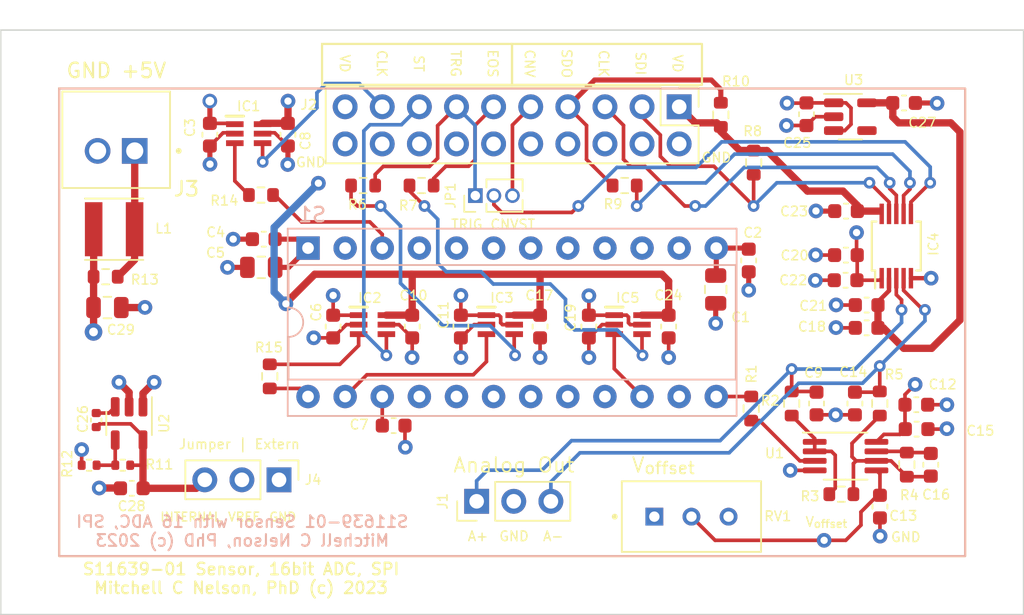
<source format=kicad_pcb>
(kicad_pcb (version 20211014) (generator pcbnew)
  (title_block (title "S11639-01 Sensor Board with SPI interface") (date "2023-12-25") (rev "0.1") (company "Mitchell C Nelson, PhD (c) 2023"))
  (layers (0 "F.Cu" signal) (1 "In1.Cu" signal) (2 "In2.Cu" signal) (31 "B.Cu" signal) (34 "B.Paste" user) (35 "F.Paste" user) (36 "B.SilkS" user "B.Silkscreen") (37 "F.SilkS" user "F.Silkscreen") (38 "B.Mask" user) (39 "F.Mask" user) (44 "Edge.Cuts" user))
  (net 0 "")
  (net 1 "+5V")
  (net 2 "Earth")
  (net 3 "Net-(C7-Pad1)")
  (net 4 "VD")
  (net 5 "Net-(C9-Pad2)")
  (net 6 "VAA")
  (net 7 "Net-(C13-Pad1)")
  (net 8 "Net-(C14-Pad1)")
  (net 9 "Net-(C16-Pad1)")
  (net 10 "Net-(C16-Pad2)")
  (net 11 "+1V8")
  (net 12 "Net-(C26-Pad2)")
  (net 13 "Net-(IC1-Pad3)")
  (net 14 "Net-(IC2-Pad3)")
  (net 15 "Net-(IC3-Pad3)")
  (net 16 "Net-(IC3-Pad4)")
  (net 17 "Net-(C26-Pad1)")
  (net 18 "Net-(IC4-Pad7)")
  (net 19 "Net-(R11-Pad2)")
  (net 20 "Net-(IC5-Pad3)")
  (net 21 "Net-(IC5-Pad4)")
  (net 22 "/+4_6.5V_input")
  (net 23 "Net-(R1-Pad1)")
  (net 24 "Net-(R1-Pad2)")
  (net 25 "Net-(R2-Pad1)")
  (net 41 "CCD:CLK")
  (net 42 "CCD:ST")
  (net 43 "SPI:SDI")
  (net 44 "SPI:CLK")
  (net 45 "Net-(J2-Pad9)")
  (net 46 "SPI:SDO")
  (net 47 "CCD:EOS")
  (net 48 "CCD:TRIG")
  (net 49 "SPI:CNVST")
  (net 50 "Net-(R14-Pad2)")
  (net 51 "Net-(R15-Pad2)")
  (footprint "Resistor_SMD:R_0603_1608Metric" (layer "F.Cu") (at 137.7 90.64 180)
    (fp_text reference "R9")
    (fp_text value "49.9")
  )
  (footprint "Capacitor_SMD:C_0603_1608Metric" (layer "F.Cu") (at 154.26 100.38 180)
    (fp_text reference "C18")
    (fp_text value "1uF")
  )
  (footprint "Capacitor_SMD:C_0603_1608Metric" (layer "F.Cu") (at 113 94.31 180)
    (fp_text reference "C4")
    (fp_text value "0.1uF")
  )
  (footprint "Capacitor_SMD:C_0603_1608Metric" (layer "F.Cu") (at 117.75 100.29 -90)
    (fp_text reference "C6")
    (fp_text value "0.1uF")
  )
  (footprint "Resistor_SMD:R_0603_1608Metric" (layer "F.Cu") (at 157.01 109.74 -90)
    (fp_text reference "R4")
    (fp_text value "2k")
  )
  (footprint "Capacitor_SMD:C_0603_1608Metric" (layer "F.Cu") (at 157.68 107.31)
    (fp_text reference "C15")
    (fp_text value "0.1uF")
  )
  (footprint "Connector_PinHeader_2.54mm:PinHeader_1x03_P2.54mm_Vertical" (layer "F.Cu") (at 114.045 110.78 -90)
    (fp_text reference "J4")
    (fp_text value "Conn_01x03_Male")
  )
  (footprint "Capacitor_SMD:C_0603_1608Metric" (layer "F.Cu") (at 114.653332 87.16 -90)
    (fp_text reference "C8")
    (fp_text value "0.1uF")
  )
  (footprint "Resistor_SMD:R_0603_1608Metric" (layer "F.Cu") (at 146.36 105.9 -90)
    (fp_text reference "R1")
    (fp_text value "100")
  )
  (footprint "BournsTrimPot_3296W-1-502LF:TRIM_3296W-1-502LF" (layer "F.Cu") (at 142.27 113.3)
    (fp_text reference "RV1")
    (fp_text value "10K")
  )
  (footprint "Resistor_SMD:R_0603_1608Metric" (layer "F.Cu") (at 144.28 85.8 90)
    (fp_text reference "R10")
    (fp_text value "30K")
  )
  (footprint "Package_TO_SOT_SMD:SOT-23-5" (layer "F.Cu") (at 153.1425 85.93)
    (fp_text reference "U3")
    (fp_text value "TPS72218")
  )
  (footprint "Capacitor_SMD:C_0603_1608Metric" (layer "F.Cu") (at 152.84 95.4 180)
    (fp_text reference "C20")
    (fp_text value "10uF")
  )
  (footprint "Package_TO_SOT_SMD:TSOT-23-5" (layer "F.Cu") (at 103.785 106.92 -90)
    (fp_text reference "U2")
    (fp_text value "LT1761-BYP")
  )
  (footprint "Package_SO:MSOP-10_3x3mm_P0.5mm" (layer "F.Cu") (at 156.29 94.78 90)
    (fp_text reference "IC4")
    (fp_text value "MCP33131D-10-I_MS")
  )
  (footprint "Connector_PinHeader_2.54mm:PinHeader_2x10_P2.54mm_Vertical" (layer "F.Cu") (at 141.43 85.25 -90)
    (fp_text reference "J2")
    (fp_text value "Conn_02x10_Odd_Even")
  )
  (footprint "Capacitor_SMD:C_0805_2012Metric" (layer "F.Cu") (at 112.83 96.24 180)
    (fp_text reference "C5")
    (fp_text value "22uF")
  )
  (footprint "Resistor_SMD:R_0603_1608Metric" (layer "F.Cu") (at 113.41 103.7 -90)
    (fp_text reference "R15")
    (fp_text value "82")
  )
  (footprint "74VLC1T45GW_125:SOT65P210X110-6N" (layer "F.Cu") (at 120.443334 100.16)
    (fp_text reference "IC2")
    (fp_text value "74LVC1T45GW,125" hide)
  )
  (footprint "Resistor_SMD:R_0402_1005Metric" (layer "F.Cu") (at 101.05 109.78 180)
    (fp_text reference "R12")
    (fp_text value "4.4K")
  )
  (footprint "Resistor_SMD:R_0603_1608Metric" (layer "F.Cu") (at 149.13 105.5575 90)
    (fp_text reference "R2")
    (fp_text value "24.9")
  )
  (footprint "Resistor_SMD:R_0603_1608Metric" (layer "F.Cu") (at 123.8 90.64)
    (fp_text reference "R7")
    (fp_text value "49.9")
  )
  (footprint "Connector_PinHeader_1.27mm:PinHeader_1x03_P1.27mm_Vertical" (layer "F.Cu") (at 127.48 91.33 90)
    (fp_text reference "JP1")
    (fp_text value "Jumper_3_Bridged12")
  )
  (footprint "Capacitor_SMD:C_0603_1608Metric" (layer "F.Cu") (at 146.19 95.77 -90)
    (fp_text reference "C2")
    (fp_text value "0.1uF")
  )
  (footprint "Capacitor_SMD:C_0603_1608Metric" (layer "F.Cu") (at 103.97 111.36 180)
    (fp_text reference "C28")
    (fp_text value "10uF")
  )
  (footprint "Capacitor_SMD:C_0603_1608Metric" (layer "F.Cu") (at 152.85 92.39 180)
    (fp_text reference "C23")
    (fp_text value "0.1uF")
  )
  (footprint "Capacitor_SMD:C_0603_1608Metric" (layer "F.Cu") (at 150.1425 85.76 -90)
    (fp_text reference "C25")
    (fp_text value "1uF")
  )
  (footprint "Capacitor_SMD:C_0603_1608Metric" (layer "F.Cu") (at 153.4575 105.5575 -90)
    (fp_text reference "C14")
    (fp_text value "1nF")
  )
  (footprint "Resistor_SMD:R_0603_1608Metric" (layer "F.Cu") (at 102.18 96.88 180)
    (fp_text reference "R13")
    (fp_text value "100")
  )
  (footprint "Inductor_SMD:L_Taiyo-Yuden_NR-40xx" (layer "F.Cu") (at 102.76 93.63 180)
    (fp_text reference "L1")
    (fp_text value "10uH")
  )
  (footprint "Resistor_SMD:R_0603_1608Metric" (layer "F.Cu") (at 146.53 89.07 -90)
    (fp_text reference "R8")
    (fp_text value "10K")
  )
  (footprint "Capacitor_SMD:C_0603_1608Metric" (layer "F.Cu") (at 131.91 100.29 -90)
    (fp_text reference "C17")
    (fp_text value "0.1uF")
  )
  (footprint "Capacitor_SMD:C_0603_1608Metric" (layer "F.Cu") (at 152.82 97.12 180)
    (fp_text reference "C22")
    (fp_text value "100pf")
  )
  (footprint "Capacitor_SMD:C_0603_1608Metric" (layer "F.Cu") (at 123.16 100.29 -90)
    (fp_text reference "C10")
    (fp_text value "0.1uF")
  )
  (footprint "Resistor_SMD:R_0402_1005Metric" (layer "F.Cu") (at 103.35 109.78 180)
    (fp_text reference "R11")
    (fp_text value "10K")
  )
  (footprint "Connector_PinHeader_2.54mm:PinHeader_1x03_P2.54mm_Vertical" (layer "F.Cu") (at 127.57 112.25 90)
    (fp_text reference "J1")
    (fp_text value "Conn_01x03_Male")
  )
  (footprint "Capacitor_SMD:C_0805_2012Metric" (layer "F.Cu") (at 102.3 98.99)
    (fp_text reference "C29")
    (fp_text value "22uF")
  )
  (footprint "Capacitor_SMD:C_0603_1608Metric" (layer "F.Cu") (at 154.26 98.82 180)
    (fp_text reference "C21")
    (fp_text value "0.1uF")
  )
  (footprint "Capacitor_SMD:C_0603_1608Metric" (layer "F.Cu") (at 121.89 107.07)
    (fp_text reference "C7")
    (fp_text value "1uF")
  )
  (footprint "Capacitor_SMD:C_0603_1608Metric" (layer "F.Cu") (at 150.83 105.5575 90)
    (fp_text reference "C9")
    (fp_text value "1nF")
  )
  (footprint "Resistor_SMD:R_0603_1608Metric" (layer "F.Cu") (at 112.81 91.29)
    (fp_text reference "R14")
    (fp_text value "82")
  )
  (footprint "Capacitor_SMD:C_0603_1608Metric" (layer "F.Cu") (at 140.71 100.29 -90)
    (fp_text reference "C24")
    (fp_text value "0.1uF")
  )
  (footprint "74VLC1T45GW_125:SOT65P210X110-6N" (layer "F.Cu") (at 137.936668 100.16)
    (fp_text reference "IC5")
    (fp_text value "74LVC1T45GW,125" hide)
  )
  (footprint "Resistor_SMD:R_0603_1608Metric" (layer "F.Cu") (at 152.53 111.7625)
    (fp_text reference "R3")
    (fp_text value "2k")
  )
  (footprint "Capacitor_SMD:C_0402_1005Metric" (layer "F.Cu") (at 101.535 106.69 90)
    (fp_text reference "C26")
    (fp_text value "0.01uF")
  )
  (footprint "Package_SO:MSOP-8_3x3mm_P0.65mm" (layer "F.Cu") (at 152.8175 109.1575)
    (fp_text reference "U1")
    (fp_text value "ADA4807-2ARMZ-R7")
  )
  (footprint "74VLC1T45GW_125:SOT65P210X110-6N" (layer "F.Cu") (at 111.97 87.09)
    (fp_text reference "IC1")
    (fp_text value "74LVC1T45GW,125" hide)
  )
  (footprint "Capacitor_SMD:C_0603_1608Metric" (layer "F.Cu") (at 157.66 105.64)
    (fp_text reference "C12")
    (fp_text value "10uF")
  )
  (footprint "74VLC1T45GW_125:SOT65P210X110-6N" (layer "F.Cu") (at 129.19 100.16)
    (fp_text reference "IC3")
    (fp_text value "74LVC1T45GW,125" hide)
  )
  (footprint "705430001:MOLEX_705430001" (layer "F.Cu") (at 102.9 88.27)
    (fp_text reference "J3")
    (fp_text value "705430001")
  )
  (footprint "Capacitor_SMD:C_0805_2012Metric" (layer "F.Cu") (at 143.93 97.75 -90)
    (fp_text reference "C1")
    (fp_text value "22uF")
  )
  (footprint "Capacitor_SMD:C_0603_1608Metric" (layer "F.Cu") (at 135.25 100.29 -90)
    (fp_text reference "C19")
    (fp_text value "0.1uF")
  )
  (footprint "Resistor_SMD:R_0603_1608Metric" (layer "F.Cu") (at 155.1575 105.5575 90)
    (fp_text reference "R5")
    (fp_text value "24.9")
  )
  (footprint "Capacitor_SMD:C_0603_1608Metric" (layer "F.Cu") (at 158.65 109.75 -90)
    (fp_text reference "C16")
    (fp_text value "2p")
  )
  (footprint "Capacitor_SMD:C_0603_1608Metric" (layer "F.Cu") (at 156.82 84.99)
    (fp_text reference "C27")
    (fp_text value "1uF")
  )
  (footprint "Capacitor_SMD:C_0603_1608Metric" (layer "F.Cu") (at 126.49 100.29 -90)
    (fp_text reference "C11")
    (fp_text value "0.1uF")
  )
  (footprint "Capacitor_SMD:C_0603_1608Metric" (layer "F.Cu") (at 109.313332 87.16 -90)
    (fp_text reference "C3")
    (fp_text value "0.1uF")
  )
  (footprint "Capacitor_SMD:C_0603_1608Metric" (layer "F.Cu") (at 155.17 112.6125 -90)
    (fp_text reference "C13")
    (fp_text value "0.1uF")
  )
  (footprint "Resistor_SMD:R_0603_1608Metric" (layer "F.Cu") (at 119.8 90.64)
    (fp_text reference "R6")
    (fp_text value "49.9")
  )
  (footprint "Package_DIP:DIP-24_W10.16mm_Socket" (layer "B.Cu") (at 116.03 94.92 -90)
    (fp_text reference "S1")
    (fp_text value "S11639-01")
  )
  (gr_rect (start 99 116) (end 161 84) (layer "B.SilkS") (width 0.15) (fill none))
  (gr_rect (start 116.99 80.95) (end 129.99 83.75) (layer "F.SilkS") (width 0.15) (fill none))
  (gr_rect (start 129.99 80.95) (end 142.99 83.75) (layer "F.SilkS") (width 0.15) (fill none))
  (gr_rect (start 99 84) (end 161 116) (layer "F.SilkS") (width 0.15) (fill none))
  (gr_rect (start 95 80) (end 165 120) (layer "Edge.Cuts") (width 0.1) (fill none))
  (gr_text "S11639-01 Sensor with 16 ADC, SPI\nMitchell C Nelson, PhD (c) 2023" (at 111.53 114.29) (layer "B.SilkS") (effects (font (size 0.8 0.8) (thickness 0.14)) (justify mirror)))
  (gr_text "GND" (at 101.03 82.77) (layer "F.SilkS") (effects (font (size 1 1))))
  (gr_text "A+" (at 127.66 114.64) (layer "F.SilkS") (effects (font (size 0.66 0.66) (thickness 0.1))))
  (gr_text "SDO" (at 133.73 82.29 270) (layer "F.SilkS") (effects (font (size 0.66 0.66) (thickness 0.1))))
  (gr_text "CNVST" (at 130.04 93.3) (layer "F.SilkS") (effects (font (size 0.66 0.66) (thickness 0.1))))
  (gr_text "SDI" (at 138.79 82.29 270) (layer "F.SilkS") (effects (font (size 0.66 0.66) (thickness 0.1))))
  (gr_text "INTERNAL" (at 108 113.32) (layer "F.SilkS") (effects (font (size 0.6 0.6) (thickness 0.1))))
  (gr_text "Analog Out" (at 130.12 109.77) (layer "F.SilkS") (effects (font (size 1 1) (thickness 0.12))))
  (gr_text "GND" (at 114.3 113.32) (layer "F.SilkS") (effects (font (size 0.6 0.6) (thickness 0.1))))
  (gr_text "S11639-01 Sensor, 16bit ADC, SPI\nMitchell C Nelson, PhD (c) 2023" (at 111.45 117.53) (layer "F.SilkS") (effects (font (size 0.8 0.8) (thickness 0.14))))
  (gr_text "TRIG" (at 126.9 93.3) (layer "F.SilkS") (effects (font (size 0.66 0.66) (thickness 0.1))))
  (gr_text "VD" (at 118.55 82.29 270) (layer "F.SilkS") (effects (font (size 0.66 0.66) (thickness 0.1))))
  (gr_text "ST" (at 123.61 82.29 270) (layer "F.SilkS") (effects (font (size 0.66 0.66) (thickness 0.1))))
  (gr_text "CLK" (at 121.08 82.29 270) (layer "F.SilkS") (effects (font (size 0.66 0.66) (thickness 0.1))))
  (gr_text "GND" (at 143.98 88.73) (layer "F.SilkS") (effects (font (size 0.66 0.66) (thickness 0.1))))
  (gr_text "V_{offset}" (at 151.5 113.66) (layer "F.SilkS") (effects (font (size 0.66 0.66) (thickness 0.1))))
  (gr_text "GND" (at 130.13 114.64) (layer "F.SilkS") (effects (font (size 0.66 0.66) (thickness 0.1))))
  (gr_text "A-" (at 132.81 114.64) (layer "F.SilkS") (effects (font (size 0.66 0.66) (thickness 0.1))))
  (gr_text "TRG" (at 126.14 82.29 270) (layer "F.SilkS") (effects (font (size 0.66 0.66) (thickness 0.1))))
  (gr_text "EOS" (at 128.67 82.29 270) (layer "F.SilkS") (effects (font (size 0.66 0.66) (thickness 0.1))))
  (gr_text "VD" (at 141.32 82.29 270) (layer "F.SilkS") (effects (font (size 0.66 0.66) (thickness 0.1))))
  (gr_text "GND" (at 116.22 89.05) (layer "F.SilkS") (effects (font (size 0.66 0.66) (thickness 0.1))))
  (gr_text "VREF" (at 111.65 113.32) (layer "F.SilkS") (effects (font (size 0.6 0.6) (thickness 0.1))))
  (gr_text "CNV" (at 131.2 82.29 270) (layer "F.SilkS") (effects (font (size 0.66 0.66) (thickness 0.1))))
  (gr_text "+5V" (at 104.79 82.77) (layer "F.SilkS") (effects (font (size 1 1))))
  (gr_text "Jumper | Extern" (at 107.13 108.34) (layer "F.SilkS") (effects (font (size 0.66 0.66) (thickness 0.1)) (justify left)))
  (gr_text "GND" (at 156.94 114.7) (layer "F.SilkS") (effects (font (size 0.66 0.66) (thickness 0.1))))
  (gr_text "CLK" (at 136.26 82.29 270) (layer "F.SilkS") (effects (font (size 0.66 0.66) (thickness 0.1))))
  (gr_text "V_{offset}" (at 140.34 109.77) (layer "F.SilkS") (effects (font (size 1 1) (thickness 0.12))))
  (segment (start 113.78 96.24) (end 114.71 96.24) (width 0.35) (layer "F.Cu") (net 1))
  (segment (start 137.961668 100.035) (end 138.086668 100.16) (width 0.25) (layer "F.Cu") (net 1))
  (segment (start 137.836668 99.51) (end 137.961668 99.635) (width 0.25) (layer "F.Cu") (net 1))
  (segment (start 152.76 86.88) (end 153.19 86.45) (width 0.25) (layer "F.Cu") (net 1))
  (segment (start 104.735 105.7825) (end 104.735 104.865) (width 0.5) (layer "F.Cu") (net 1))
  (segment (start 137.961668 99.635) (end 137.961668 100.035) (width 0.25) (layer "F.Cu") (net 1))
  (segment (start 129.09 99.51) (end 129.215 99.635) (width 0.25) (layer "F.Cu") (net 1))
  (segment (start 152.84 84.98) (end 152.005 84.98) (width 0.25) (layer "F.Cu") (net 1))
  (segment (start 153.19 85.33) (end 152.84 84.98) (width 0.25) (layer "F.Cu") (net 1))
  (segment (start 138.086668 100.16) (end 138.886668 100.16) (width 0.25) (layer "F.Cu") (net 1))
  (segment (start 119.488334 99.515) (end 119.493334 99.51) (width 0.25) (layer "F.Cu") (net 1))
  (segment (start 148.8125 85) (end 150.1275 85) (width 0.25) (layer "F.Cu") (net 1))
  (segment (start 101.355 96.88) (end 101.355 98.985) (width 0.5) (layer "F.Cu") (net 1))
  (segment (start 150.1425 84.985) (end 152 84.985) (width 0.25) (layer "F.Cu") (net 1))
  (segment (start 109.313332 84.863332) (end 109.31 84.86) (width 0.25) (layer "F.Cu") (net 1))
  (segment (start 136.986668 99.51) (end 137.836668 99.51) (width 0.25) (layer "F.Cu") (net 1))
  (segment (start 126.49 99.515) (end 128.235 99.515) (width 0.25) (layer "F.Cu") (net 1))
  (segment (start 128.24 99.51) (end 129.09 99.51) (width 0.25) (layer "F.Cu") (net 1))
  (segment (start 152 84.985) (end 152.005 84.98) (width 0.25) (layer "F.Cu") (net 1))
  (segment (start 101.36 96.875) (end 101.355 96.88) (width 0.25) (layer "F.Cu") (net 1))
  (segment (start 114.71 96.24) (end 116.03 94.92) (width 0.35) (layer "F.Cu") (net 1))
  (segment (start 150.1275 85) (end 150.1425 84.985) (width 0.25) (layer "F.Cu") (net 1))
  (segment (start 117.75 99.515) (end 119.488334 99.515) (width 0.25) (layer "F.Cu") (net 1))
  (segment (start 109.313332 86.385) (end 111.015 86.385) (width 0.25) (layer "F.Cu") (net 1))
  (segment (start 115.42 94.31) (end 116.03 94.92) (width 0.35) (layer "F.Cu") (net 1))
  (segment (start 136.981668 99.515) (end 136.986668 99.51) (width 0.25) (layer "F.Cu") (net 1))
  (segment (start 126.49 99.515) (end 126.49 98.16) (width 0.25) (layer "F.Cu") (net 1))
  (segment (start 146.115 94.92) (end 146.19 94.995) (width 0.25) (layer "F.Cu") (net 1))
  (segment (start 128.235 99.515) (end 128.24 99.51) (width 0.25) (layer "F.Cu") (net 1))
  (segment (start 143.97 94.92) (end 146.115 94.92) (width 0.35) (layer "F.Cu") (net 1))
  (segment (start 129.34 100.16) (end 130.14 100.16) (width 0.25) (layer "F.Cu") (net 1))
  (segment (start 143.97 96.76) (end 143.93 96.8) (width 0.25) (layer "F.Cu") (net 1))
  (segment (start 109.313332 86.385) (end 109.313332 84.863332) (width 0.35) (layer "F.Cu") (net 1))
  (segment (start 129.215 100.035) (end 129.34 100.16) (width 0.25) (layer "F.Cu") (net 1))
  (segment (start 129.215 99.635) (end 129.215 100.035) (width 0.25) (layer "F.Cu") (net 1))
  (segment (start 153.19 86.45) (end 153.19 85.33) (width 0.25) (layer "F.Cu") (net 1))
  (segment (start 143.97 94.92) (end 143.97 96.76) (width 0.35) (layer "F.Cu") (net 1))
  (segment (start 104.735 104.865) (end 105.5 104.1) (width 0.5) (layer "F.Cu") (net 1))
  (segment (start 135.25 99.515) (end 135.25 98.18) (width 0.25) (layer "F.Cu") (net 1))
  (segment (start 135.25 99.515) (end 136.981668 99.515) (width 0.25) (layer "F.Cu") (net 1))
  (segment (start 152.005 86.88) (end 152.76 86.88) (width 0.25) (layer "F.Cu") (net 1))
  (segment (start 113.775 94.31) (end 115.42 94.31) (width 0.35) (layer "F.Cu") (net 1))
  (segment (start 117.75 99.515) (end 117.75 98.16) (width 0.25) (layer "F.Cu") (net 1))
  (segment (start 101.355 98.985) (end 101.355 100.655) (width 0.5) (layer "F.Cu") (net 1))
  (segment (start 101.36 93.63) (end 101.36 96.875) (width 0.5) (layer "F.Cu") (net 1))
  (via (at 148.8125 85) (size 1) (drill 0.5) (layers "F.Cu" "B.Cu") (net 1))
  (via (at 109.31 84.86) (size 1) (drill 0.6) (layers "F.Cu" "B.Cu") (net 1))
  (via (at 105.5 104.1) (size 1) (drill 0.5) (layers "F.Cu" "B.Cu") (net 1))
  (via (at 126.49 98.16) (size 1) (drill 0.5) (layers "F.Cu" "B.Cu") (net 1))
  (via (at 101.35 100.66) (size 1.2) (drill 0.6) (layers "F.Cu" "B.Cu") (net 1))
  (via (at 135.25 98.18) (size 1) (drill 0.5) (layers "F.Cu" "B.Cu") (net 1))
  (via (at 117.75 98.16) (size 1) (drill 0.5) (layers "F.Cu" "B.Cu") (net 1))
  (segment (start 152.14 106.3325) (end 153.4575 106.3325) (width 0.25) (layer "F.Cu") (net 2))
  (segment (start 127.395 100.16) (end 128.24 100.16) (width 0.25) (layer "F.Cu") (net 2))
  (segment (start 123.16 102.4) (end 123.15 102.41) (width 0.25) (layer "F.Cu") (net 2))
  (segment (start 131.91 101.065) (end 131.91 102.41) (width 0.25) (layer "F.Cu") (net 2))
  (segment (start 122.665 108.525) (end 122.69 108.55) (width 0.25) (layer "F.Cu") (net 2))
  (segment (start 153.485 98.82) (end 152.18 98.82) (width 0.25) (layer "F.Cu") (net 2))
  (segment (start 152.065 95.4) (end 150.78 95.4) (width 0.25) (layer "F.Cu") (net 2))
  (segment (start 111.88 96.24) (end 110.52 96.24) (width 0.35) (layer "F.Cu") (net 2))
  (segment (start 158.455 107.31) (end 159.72 107.31) (width 0.25) (layer "F.Cu") (net 2))
  (segment (start 148.7725 86.53) (end 150.1375 86.53) (width 0.25) (layer "F.Cu") (net 2))
  (segment (start 112.92 87.03) (end 113.748332 87.03) (width 0.25) (layer "F.Cu") (net 2))
  (segment (start 140.71 101.065) (end 140.71 102.41) (width 0.25) (layer "F.Cu") (net 2))
  (segment (start 116.425 101.065) (end 116.42 101.06) (width 0.25) (layer "F.Cu") (net 2))
  (segment (start 149.03 110.1325) (end 150.705 110.1325) (width 0.25) (layer "F.Cu") (net 2))
  (segment (start 150.83 106.3325) (end 152.14 106.3325) (width 0.25) (layer "F.Cu") (net 2))
  (segment (start 159.72 107.31) (end 159.75 107.28) (width 0.25) (layer "F.Cu") (net 2))
  (segment (start 150.1375 86.53) (end 150.1425 86.535) (width 0.25) (layer "F.Cu") (net 2))
  (segment (start 118.655 100.16) (end 119.493334 100.16) (width 0.25) (layer "F.Cu") (net 2))
  (segment (start 103.785 104.795) (end 103.785 105.7825) (width 0.5) (layer "F.Cu") (net 2))
  (segment (start 150.76 97.12) (end 150.75 97.13) (width 0.25) (layer "F.Cu") (net 2))
  (segment (start 152.045 97.12) (end 150.76 97.12) (width 0.25) (layer "F.Cu") (net 2))
  (segment (start 150.78 95.4) (end 150.77 95.39) (width 0.25) (layer "F.Cu") (net 2))
  (segment (start 112.225 94.31) (end 110.91 94.31) (width 0.35) (layer "F.Cu") (net 2))
  (segment (start 117.75 101.065) (end 118.655 100.16) (width 0.25) (layer "F.Cu") (net 2))
  (segment (start 123.16 101.065) (end 123.16 102.4) (width 0.25) (layer "F.Cu") (net 2))
  (segment (start 114.653332 87.935) (end 114.653332 89.186668) (width 0.35) (layer "F.Cu") (net 2))
  (segment (start 150.7475 85.93) (end 152.005 85.93) (width 0.25) (layer "F.Cu") (net 2))
  (segment (start 152.18 100.38) (end 152.16 100.36) (width 0.25) (layer "F.Cu") (net 2))
  (segment (start 103.25 98.99) (end 104.86 98.99) (width 0.5) (layer "F.Cu") (net 2))
  (segment (start 113.748332 87.03) (end 114.653332 87.935) (width 0.25) (layer "F.Cu") (net 2))
  (segment (start 101.74 111.34) (end 103.175 111.34) (width 0.5) (layer "F.Cu") (net 2))
  (segment (start 158.435 105.64) (end 159.75 105.64) (width 0.25) (layer "F.Cu") (net 2))
  (segment (start 109.313332 87.935) (end 109.313332 89.173332) (width 0.35) (layer "F.Cu") (net 2))
  (segment (start 155.17 114.6225) (end 155.18 114.6325) (width 0.25) (layer "F.Cu") (net 2))
  (segment (start 152.18 98.82) (end 152.17 98.81) (width 0.25) (layer "F.Cu") (net 2))
  (segment (start 100.54 109.78) (end 100.54 108.71) (width 0.25) (layer "F.Cu") (net 2))
  (segment (start 122.665 107.07) (end 122.665 108.525) (width 0.25) (layer "F.Cu") (net 2))
  (segment (start 136.155 100.16) (end 135.25 101.065) (width 0.25) (layer "F.Cu") (net 2))
  (segment (start 152.075 92.39) (end 150.8 92.39) (width 0.35) (layer "F.Cu") (net 2))
  (segment (start 155.17 113.3875) (end 155.17 114.6225) (width 0.25) (layer "F.Cu") (net 2))
  (segment (start 121.393334 100.16) (end 122.255 100.16) (width 0.25) (layer "F.Cu") (net 2))
  (segment (start 103.09 104.1) (end 103.785 104.795) (width 0.5) (layer "F.Cu") (net 2))
  (segment (start 146.19 96.545) (end 146.19 97.8) (width 0.35) (layer "F.Cu") (net 2))
  (segment (start 126.49 101.065) (end 126.49 102.37) (width 0.25) (layer "F.Cu") (net 2))
  (segment (start 153.485 100.38) (end 152.18 100.38) (width 0.25) (layer "F.Cu") (net 2))
  (segment (start 157.595 84.99) (end 159.06 84.99) (width 0.35) (layer "F.Cu") (net 2))
  (segment (start 150.1425 86.535) (end 150.7475 85.93) (width 0.25) (layer "F.Cu") (net 2))
  (segment (start 117.75 101.065) (end 116.425 101.065) (width 0.25) (layer "F.Cu") (net 2))
  (segment (start 111.02 87.03) (end 110.218332 87.03) (width 0.25) (layer "F.Cu") (net 2))
  (segment (start 143.93 98.7) (end 143.93 100.07) (width 0.35) (layer "F.Cu") (net 2))
  (segment (start 110.218332 87.03) (end 109.313332 87.935) (width 0.25) (layer "F.Cu") (net 2))
  (segment (start 122.255 100.16) (end 123.16 101.065) (width 0.25) (layer "F.Cu") (net 2))
  (segment (start 150.8 92.39) (end 150.79 92.38) (width 0.25) (layer "F.Cu") (net 2))
  (segment (start 114.653332 89.186668) (end 114.64 89.2) (width 0.25) (layer "F.Cu") (net 2))
  (segment (start 109.313332 89.173332) (end 109.32 89.18) (width 0.25) (layer "F.Cu") (net 2))
  (segment (start 103.175 111.34) (end 103.195 111.36) (width 0.25) (layer "F.Cu") (net 2))
  (segment (start 135.25 101.065) (end 135.25 102.37) (width 0.25) (layer "F.Cu") (net 2))
  (segment (start 126.49 101.065) (end 127.395 100.16) (width 0.25) (layer "F.Cu") (net 2))
  (segment (start 157.29 96.98) (end 158.67 96.98) (width 0.3) (layer "F.Cu") (net 2))
  (segment (start 136.986668 100.16) (end 136.155 100.16) (width 0.25) (layer "F.Cu") (net 2))
  (segment (start 159.06 84.99) (end 159.08 85.01) (width 0.25) (layer "F.Cu") (net 2))
  (via (at 150.75 97.13) (size 1) (drill 0.5) (layers "F.Cu" "B.Cu") (net 2))
  (via (at 116.42 101.06) (size 1) (drill 0.5) (layers "F.Cu" "B.Cu") (net 2))
  (via (at 143.93 100.07) (size 1) (drill 0.5) (layers "F.Cu" "B.Cu") (net 2))
  (via (at 110.91 94.31) (size 1) (drill 0.5) (layers "F.Cu" "B.Cu") (net 2))
  (via (at 150.77 95.39) (size 1) (drill 0.5) (layers "F.Cu" "B.Cu") (net 2))
  (via (at 158.67 96.98) (size 1) (drill 0.5) (layers "F.Cu" "B.Cu") (net 2))
  (via (at 126.49 102.41) (size 1) (drill 0.5) (layers "F.Cu" "B.Cu") (net 2))
  (via (at 104.87 98.98) (size 1) (drill 0.5) (layers "F.Cu" "B.Cu") (net 2))
  (via (at 150.79 92.38) (size 1) (drill 0.5) (layers "F.Cu" "B.Cu") (net 2))
  (via (at 110.52 96.24) (size 1) (drill 0.5) (layers "F.Cu" "B.Cu") (net 2))
  (via (at 149.03 110.1325) (size 1) (drill 0.5) (layers "F.Cu" "B.Cu") (net 2))
  (via (at 131.91 102.41) (size 1) (drill 0.5) (layers "F.Cu" "B.Cu") (net 2))
  (via (at 155.18 114.6325) (size 1) (drill 0.5) (layers "F.Cu" "B.Cu") (net 2))
  (via (at 152.14 106.3325) (size 1) (drill 0.5) (layers "F.Cu" "B.Cu") (net 2))
  (via (at 148.7725 86.53) (size 1) (drill 0.5) (layers "F.Cu" "B.Cu") (net 2))
  (via (at 140.71 102.41) (size 1) (drill 0.5) (layers "F.Cu" "B.Cu") (net 2))
  (via (at 100.54 108.71) (size 1) (drill 0.5) (layers "F.Cu" "B.Cu") (net 2))
  (via (at 122.69 108.55) (size 1) (drill 0.5) (layers "F.Cu" "B.Cu") (net 2))
  (via (at 159.75 105.64) (size 1) (drill 0.5) (layers "F.Cu" "B.Cu") (net 2))
  (via (at 114.64 89.2) (size 1) (drill 0.5) (layers "F.Cu" "B.Cu") (net 2))
  (via (at 123.15 102.41) (size 1) (drill 0.5) (layers "F.Cu" "B.Cu") (net 2))
  (via (at 109.32 89.18) (size 1) (drill 0.5) (layers "F.Cu" "B.Cu") (net 2))
  (via (at 159.08 85.01) (size 1) (drill 0.5) (layers "F.Cu" "B.Cu") (net 2))
  (via (at 135.25 102.41) (size 1) (drill 0.5) (layers "F.Cu" "B.Cu") (net 2))
  (via (at 152.16 100.36) (size 1) (drill 0.5) (layers "F.Cu" "B.Cu") (net 2))
  (via (at 103.09 104.1) (size 1) (drill 0.5) (layers "F.Cu" "B.Cu") (net 2))
  (via (at 101.74 111.34) (size 1) (drill 0.5) (layers "F.Cu" "B.Cu") (net 2))
  (via (at 152.17 98.81) (size 1) (drill 0.5) (layers "F.Cu" "B.Cu") (net 2))
  (via (at 159.75 107.28) (size 1) (drill 0.5) (layers "F.Cu" "B.Cu") (net 2))
  (via (at 146.19 97.8) (size 1) (drill 0.5) (layers "F.Cu" "B.Cu") (net 2))
  (segment (start 121.11 107.065) (end 121.115 107.07) (width 0.25) (layer "F.Cu") (net 3))
  (segment (start 121.11 105.08) (end 121.11 107.065) (width 0.25) (layer "F.Cu") (net 3))
  (segment (start 114.515 98.735) (end 114.515 98.685) (width 0.5) (layer "F.Cu") (net 4))
  (segment (start 123.16 99.515) (end 123.16 96.75) (width 0.5) (layer "F.Cu") (net 4))
  (segment (start 121.393334 99.51) (end 123.155 99.51) (width 0.5) (layer "F.Cu") (net 4))
  (segment (start 130.14 99.51) (end 131.905 99.51) (width 0.5) (layer "F.Cu") (net 4))
  (segment (start 144.005 86.35) (end 144.28 86.625) (width 0.5) (layer "F.Cu") (net 4))
  (segment (start 143.6875 86.35) (end 144.005 86.35) (width 0.5) (layer "F.Cu") (net 4))
  (segment (start 152.64 91.02) (end 153.625 92.005) (width 0.5) (layer "F.Cu") (net 4))
  (segment (start 123.155 99.51) (end 123.16 99.515) (width 0.5) (layer "F.Cu") (net 4))
  (segment (start 131.91 96.71) (end 140.24 96.71) (width 0.5) (layer "F.Cu") (net 4))
  (segment (start 140.24 96.71) (end 140.71 97.18) (width 0.5) (layer "F.Cu") (net 4))
  (segment (start 145.5775 88.24) (end 146.525 88.24) (width 0.5) (layer "F.Cu") (net 4))
  (segment (start 140.705 99.51) (end 140.71 99.515) (width 0.5) (layer "F.Cu") (net 4))
  (segment (start 150.21 91.02) (end 152.64 91.02) (width 0.5) (layer "F.Cu") (net 4))
  (segment (start 146.53 88.245) (end 147.435 88.245) (width 0.5) (layer "F.Cu") (net 4))
  (segment (start 140.71 97.18) (end 140.71 99.515) (width 0.5) (layer "F.Cu") (net 4))
  (segment (start 123.16 96.75) (end 123.12 96.71) (width 0.5) (layer "F.Cu") (net 4))
  (segment (start 144.28 86.625) (end 144.28 86.9425) (width 0.5) (layer "F.Cu") (net 4))
  (segment (start 114.66 86.378332) (end 114.653332 86.385) (width 0.5) (layer "F.Cu") (net 4))
  (segment (start 114.515 98.685) (end 116.49 96.71) (width 0.5) (layer "F.Cu") (net 4))
  (segment (start 142.53 86.35) (end 143.6875 86.35) (width 0.5) (layer "F.Cu") (net 4))
  (segment (start 153.625 92.005) (end 153.625 92.39) (width 0.5) (layer "F.Cu") (net 4))
  (segment (start 131.91 99.515) (end 131.91 96.71) (width 0.5) (layer "F.Cu") (net 4))
  (segment (start 138.886668 99.51) (end 140.705 99.51) (width 0.5) (layer "F.Cu") (net 4))
  (segment (start 112.92 86.38) (end 114.648332 86.38) (width 0.5) (layer "F.Cu") (net 4))
  (segment (start 141.43 85.25) (end 142.53 86.35) (width 0.5) (layer "F.Cu") (net 4))
  (segment (start 114.66 84.86) (end 114.66 86.378332) (width 0.5) (layer "F.Cu") (net 4))
  (segment (start 144.28 86.9425) (end 145.5775 88.24) (width 0.5) (layer "F.Cu") (net 4))
  (segment (start 123.12 96.71) (end 131.91 96.71) (width 0.5) (layer "F.Cu") (net 4))
  (segment (start 147.435 88.245) (end 150.21 91.02) (width 0.5) (layer "F.Cu") (net 4))
  (segment (start 153.625 92.39) (end 155.1 92.39) (width 0.5) (layer "F.Cu") (net 4))
  (segment (start 131.905 99.51) (end 131.91 99.515) (width 0.5) (layer "F.Cu") (net 4))
  (segment (start 114.648332 86.38) (end 114.653332 86.385) (width 0.5) (layer "F.Cu") (net 4))
  (segment (start 116.49 96.71) (end 123.12 96.71) (width 0.5) (layer "F.Cu") (net 4))
  (segment (start 146.525 88.24) (end 146.53 88.245) (width 0.5) (layer "F.Cu") (net 4))
  (via (at 114.515 98.735) (size 1) (drill 0.5) (layers "F.Cu" "B.Cu") (net 4))
  (via (at 114.66 84.86) (size 1) (drill 0.5) (layers "F.Cu" "B.Cu") (net 4))
  (via (at 116.74 90.48) (size 1) (drill 0.5) (layers "F.Cu" "B.Cu") (net 4))
  (segment (start 113.71 97.93) (end 113.71 93.51) (width 0.5) (layer "B.Cu") (net 4))
  (segment (start 114.515 98.735) (end 113.71 97.93) (width 0.5) (layer "B.Cu") (net 4))
  (segment (start 113.71 93.51) (end 116.74 90.48) (width 0.5) (layer "B.Cu") (net 4))
  (segment (start 156.29 98.11) (end 156.65 98.47) (width 0.25) (layer "F.Cu") (net 5))
  (segment (start 149.13 104.7325) (end 150.78 104.7325) (width 0.25) (layer "F.Cu") (net 5))
  (segment (start 150.78 104.7325) (end 150.83 104.7825) (width 0.25) (layer "F.Cu") (net 5))
  (segment (start 156.29 96.98) (end 156.29 98.11) (width 0.25) (layer "F.Cu") (net 5))
  (segment (start 156.65 98.47) (end 156.65 99.15) (width 0.25) (layer "F.Cu") (net 5))
  (segment (start 149.13 104.7325) (end 149.13 103.2) (width 0.25) (layer "F.Cu") (net 5))
  (via (at 156.65 99.15) (size 0.8) (drill 0.4) (layers "F.Cu" "B.Cu") (net 5))
  (via (at 149.13 103.2) (size 0.8) (drill 0.4) (layers "F.Cu" "B.Cu") (net 5))
  (segment (start 127.57 110.85) (end 127.57 112.25) (width 0.25) (layer "B.Cu") (net 5))
  (segment (start 134.06 108.1) (end 132.04 110.12) (width 0.25) (layer "B.Cu") (net 5))
  (segment (start 149.13 103.2) (end 144.23 108.1) (width 0.25) (layer "B.Cu") (net 5))
  (segment (start 156.65 100.02) (end 156.65 99.15) (width 0.25) (layer "B.Cu") (net 5))
  (segment (start 153.47 103.2) (end 156.65 100.02) (width 0.25) (layer "B.Cu") (net 5))
  (segment (start 128.3 110.12) (end 127.57 110.85) (width 0.25) (layer "B.Cu") (net 5))
  (segment (start 144.23 108.1) (end 134.06 108.1) (width 0.25) (layer "B.Cu") (net 5))
  (segment (start 149.13 103.2) (end 153.47 103.2) (width 0.25) (layer "B.Cu") (net 5))
  (segment (start 132.04 110.12) (end 128.3 110.12) (width 0.25) (layer "B.Cu") (net 5))
  (segment (start 157.58 104.25) (end 156.885 104.945) (width 0.25) (layer "F.Cu") (net 6))
  (segment (start 153.615 97.1) (end 153.595 97.12) (width 0.25) (layer "F.Cu") (net 6))
  (segment (start 153.57 95.355) (end 153.615 95.4) (width 0.25) (layer "F.Cu") (net 6))
  (segment (start 156.885 105.64) (end 156.885 107.29) (width 0.25) (layer "F.Cu") (net 6))
  (segment (start 155.15 97.12) (end 155.29 96.98) (width 0.25) (layer "F.Cu") (net 6))
  (segment (start 153.615 95.4) (end 153.615 97.1) (width 0.25) (layer "F.Cu") (net 6))
  (segment (start 156.545 107.67) (end 156.905 107.31) (width 0.25) (layer "F.Cu") (net 6))
  (segment (start 155.4425 107.67) (end 156.545 107.67) (width 0.25) (layer "F.Cu") (net 6))
  (segment (start 156.885 104.945) (end 156.885 105.64) (width 0.25) (layer "F.Cu") (net 6))
  (segment (start 153.595 97.12) (end 155.15 97.12) (width 0.25) (layer "F.Cu") (net 6))
  (segment (start 156.885 107.29) (end 156.905 107.31) (width 0.25) (layer "F.Cu") (net 6))
  (segment (start 154.93 108.1825) (end 155.4425 107.67) (width 0.25) (layer "F.Cu") (net 6))
  (segment (start 153.57 93.86) (end 153.57 95.355) (width 0.25) (layer "F.Cu") (net 6))
  (via (at 157.58 104.25) (size 1) (drill 0.5) (layers "F.Cu" "B.Cu") (net 6))
  (via (at 153.57 93.86) (size 1) (drill 0.5) (layers "F.Cu" "B.Cu") (net 6))
  (segment (start 154.93 110.1325) (end 155.17 110.3725) (width 0.25) (layer "F.Cu") (net 7))
  (segment (start 143.89 114.92) (end 152.83 114.92) (width 0.25) (layer "F.Cu") (net 7))
  (segment (start 155.0125 111.8375) (end 155.17 111.8375) (width 0.25) (layer "F.Cu") (net 7))
  (segment (start 152.83 114.92) (end 153.87 113.88) (width 0.25) (layer "F.Cu") (net 7))
  (segment (start 155.17 110.3725) (end 155.17 111.8375) (width 0.25) (layer "F.Cu") (net 7))
  (segment (start 153.87 112.98) (end 155.0125 111.8375) (width 0.25) (layer "F.Cu") (net 7))
  (segment (start 153.87 113.88) (end 153.87 112.98) (width 0.25) (layer "F.Cu") (net 7))
  (segment (start 142.27 113.3) (end 143.89 114.92) (width 0.25) (layer "F.Cu") (net 7))
  (via (at 151.35 114.92) (size 1) (drill 0.5) (layers "F.Cu" "B.Cu") (net 7))
  (segment (start 153.4575 104.7825) (end 155.1075 104.7825) (width 0.25) (layer "F.Cu") (net 8))
  (segment (start 155.1575 102.9925) (end 155.1575 104.7325) (width 0.25) (layer "F.Cu") (net 8))
  (segment (start 155.1075 104.7825) (end 155.1575 104.7325) (width 0.25) (layer "F.Cu") (net 8))
  (segment (start 156.79 97.82) (end 156.79 96.98) (width 0.25) (layer "F.Cu") (net 8))
  (segment (start 158.12 99.15) (end 156.79 97.82) (width 0.25) (layer "F.Cu") (net 8))
  (segment (start 158.25 99.15) (end 158.12 99.15) (width 0.25) (layer "F.Cu") (net 8))
  (via (at 155.1575 102.9925) (size 0.8) (drill 0.4) (layers "F.Cu" "B.Cu") (net 8))
  (via (at 158.25 99.15) (size 0.8) (drill 0.4) (layers "F.Cu" "B.Cu") (net 8))
  (segment (start 132.65 112.25) (end 132.65 110.92) (width 0.25) (layer "B.Cu") (net 8))
  (segment (start 158.25 99.9) (end 158.25 99.15) (width 0.25) (layer "B.Cu") (net 8))
  (segment (start 155.1575 102.9925) (end 158.25 99.9) (width 0.25) (layer "B.Cu") (net 8))
  (segment (start 144.85 108.93) (end 149.61 104.17) (width 0.25) (layer "B.Cu") (net 8))
  (segment (start 149.61 104.17) (end 153.98 104.17) (width 0.25) (layer "B.Cu") (net 8))
  (segment (start 134.64 108.93) (end 144.85 108.93) (width 0.25) (layer "B.Cu") (net 8))
  (segment (start 153.98 104.17) (end 155.1575 102.9925) (width 0.25) (layer "B.Cu") (net 8))
  (segment (start 132.65 110.92) (end 134.64 108.93) (width 0.25) (layer "B.Cu") (net 8))
  (segment (start 156.9275 108.8325) (end 157.01 108.915) (width 0.25) (layer "F.Cu") (net 9))
  (segment (start 157.01 108.915) (end 158.59 108.915) (width 0.25) (layer "F.Cu") (net 9))
  (segment (start 158.59 108.915) (end 158.65 108.975) (width 0.25) (layer "F.Cu") (net 9))
  (segment (start 154.93 108.8325) (end 156.9275 108.8325) (width 0.25) (layer "F.Cu") (net 9))
  (segment (start 158.61 110.565) (end 158.65 110.525) (width 0.25) (layer "F.Cu") (net 10))
  (segment (start 153.355 109.6675) (end 153.54 109.4825) (width 0.25) (layer "F.Cu") (net 10))
  (segment (start 153.26 109.2025) (end 153.54 109.4825) (width 0.25) (layer "F.Cu") (net 10))
  (segment (start 155.1575 106.3825) (end 153.26 108.28) (width 0.25) (layer "F.Cu") (net 10))
  (segment (start 153.54 109.4825) (end 154.93 109.4825) (width 0.25) (layer "F.Cu") (net 10))
  (segment (start 153.26 108.28) (end 153.26 109.2025) (width 0.25) (layer "F.Cu") (net 10))
  (segment (start 157.01 110.565) (end 158.61 110.565) (width 0.25) (layer "F.Cu") (net 10))
  (segment (start 154.93 109.4825) (end 155.9275 109.4825) (width 0.25) (layer "F.Cu") (net 10))
  (segment (start 153.355 111.7625) (end 153.355 109.6675) (width 0.25) (layer "F.Cu") (net 10))
  (segment (start 155.9275 109.4825) (end 157.01 110.565) (width 0.25) (layer "F.Cu") (net 10))
  (segment (start 156.035 84.98) (end 156.045 84.99) (width 0.5) (layer "F.Cu") (net 11))
  (segment (start 155.4 100.38) (end 155.035 100.38) (width 0.5) (layer "F.Cu") (net 11))
  (segment (start 156.8 101.78) (end 155.4 100.38) (width 0.5) (layer "F.Cu") (net 11))
  (segment (start 156.05 85.95) (end 156.45 86.35) (width 0.5) (layer "F.Cu") (net 11))
  (segment (start 155.79 96.98) (end 155.79 97.84) (width 0.3) (layer "F.Cu") (net 11))
  (segment (start 160.02 86.35) (end 160.64 86.97) (width 0.5) (layer "F.Cu") (net 11))
  (segment (start 155.035 98.82) (end 155.035 100.38) (width 0.5) (layer "F.Cu") (net 11))
  (segment (start 154.28 84.98) (end 156.035 84.98) (width 0.5) (layer "F.Cu") (net 11))
  (segment (start 156.05 84.995) (end 156.05 85.95) (width 0.5) (layer "F.Cu") (net 11))
  (segment (start 155.035 98.595) (end 155.035 98.82) (width 0.25) (layer "F.Cu") (net 11))
  (segment (start 155.79 97.84) (end 155.035 98.595) (width 0.3) (layer "F.Cu") (net 11))
  (segment (start 156.45 86.35) (end 160.02 86.35) (width 0.5) (layer "F.Cu") (net 11))
  (segment (start 158.71 101.78) (end 156.8 101.78) (width 0.5) (layer "F.Cu") (net 11))
  (segment (start 156.045 84.99) (end 156.05 84.995) (width 0.5) (layer "F.Cu") (net 11))
  (segment (start 160.64 99.85) (end 158.71 101.78) (width 0.5) (layer "F.Cu") (net 11))
  (segment (start 160.64 86.97) (end 160.64 99.85) (width 0.5) (layer "F.Cu") (net 11))
  (segment (start 101.535 106.21) (end 102.4075 106.21) (width 0.25) (layer "F.Cu") (net 12))
  (segment (start 102.4075 106.21) (end 102.835 105.7825) (width 0.25) (layer "F.Cu") (net 12))
  (segment (start 111.02 87.74) (end 111.02 90.325) (width 0.25) (layer "F.Cu") (net 13))
  (segment (start 111.02 90.325) (end 111.985 91.29) (width 0.25) (layer "F.Cu") (net 13))
  (segment (start 119.493334 101.586666) (end 118.205 102.875) (width 0.25) (layer "F.Cu") (net 14))
  (segment (start 118.205 102.875) (end 113.41 102.875) (width 0.25) (layer "F.Cu") (net 14))
  (segment (start 119.493334 100.81) (end 119.493334 101.586666) (width 0.25) (layer "F.Cu") (net 14))
  (segment (start 120.06 103.59) (end 127.34 103.59) (width 0.25) (layer "F.Cu") (net 15))
  (segment (start 127.34 103.59) (end 128.24 102.69) (width 0.25) (layer "F.Cu") (net 15))
  (segment (start 128.24 102.69) (end 128.24 100.81) (width 0.25) (layer "F.Cu") (net 15))
  (segment (start 118.57 105.08) (end 120.06 103.59) (width 0.25) (layer "F.Cu") (net 15))
  (segment (start 118.975 91.595) (end 119.42 92.04) (width 0.25) (layer "F.Cu") (net 16))
  (segment (start 130.14 102.2) (end 130.2 102.26) (width 0.25) (layer "F.Cu") (net 16))
  (segment (start 118.975 90.64) (end 118.975 91.595) (width 0.25) (layer "F.Cu") (net 16))
  (segment (start 119.42 92.04) (end 121 92.04) (width 0.25) (layer "F.Cu") (net 16))
  (segment (start 130.14 100.81) (end 130.14 102.2) (width 0.25) (layer "F.Cu") (net 16))
  (via (at 130.2 102.26) (size 0.8) (drill 0.4) (layers "F.Cu" "B.Cu") (net 16))
  (via (at 121 92.04) (size 0.8) (drill 0.4) (layers "F.Cu" "B.Cu") (net 16))
  (segment (start 122.36 93.4) (end 122.36 97.33) (width 0.25) (layer "B.Cu") (net 16))
  (segment (start 125.26 100.23) (end 124.87 99.84) (width 0.25) (layer "B.Cu") (net 16))
  (segment (start 130.2 102.26) (end 130.2 101.94) (width 0.25) (layer "B.Cu") (net 16))
  (segment (start 130.2 101.94) (end 128.49 100.23) (width 0.25) (layer "B.Cu") (net 16))
  (segment (start 122.36 97.33) (end 124.87 99.84) (width 0.25) (layer "B.Cu") (net 16))
  (segment (start 121 92.04) (end 122.36 93.4) (width 0.25) (layer "B.Cu") (net 16))
  (segment (start 128.49 100.23) (end 125.26 100.23) (width 0.25) (layer "B.Cu") (net 16))
  (segment (start 104.735 109.805) (end 104.735 111.35) (width 0.5) (layer "F.Cu") (net 17))
  (segment (start 108.385 111.36) (end 108.965 110.78) (width 0.5) (layer "F.Cu") (net 17))
  (segment (start 104.735 111.35) (end 104.745 111.36) (width 0.25) (layer "F.Cu") (net 17))
  (segment (start 103.89 106.95) (end 104.735 107.795) (width 0.25) (layer "F.Cu") (net 17))
  (segment (start 104.745 111.36) (end 108.385 111.36) (width 0.5) (layer "F.Cu") (net 17))
  (segment (start 101.755 106.95) (end 103.89 106.95) (width 0.25) (layer "F.Cu") (net 17))
  (segment (start 101.535 107.17) (end 101.755 106.95) (width 0.25) (layer "F.Cu") (net 17))
  (segment (start 104.71 109.78) (end 104.735 109.805) (width 0.25) (layer "F.Cu") (net 17))
  (segment (start 104.735 107.795) (end 104.735 108.0575) (width 0.25) (layer "F.Cu") (net 17))
  (segment (start 103.86 109.78) (end 104.71 109.78) (width 0.25) (layer "F.Cu") (net 17))
  (segment (start 104.735 108.0575) (end 104.735 109.805) (width 0.5) (layer "F.Cu") (net 17))
  (segment (start 138.525 90.64) (end 138.525 92.04) (width 0.25) (layer "F.Cu") (net 18))
  (segment (start 157.223332 90.886668) (end 157.223332 90.45) (width 0.25) (layer "F.Cu") (net 18))
  (segment (start 156.79 92.58) (end 156.79 91.32) (width 0.25) (layer "F.Cu") (net 18))
  (segment (start 156.79 91.32) (end 157.223332 90.886668) (width 0.25) (layer "F.Cu") (net 18))
  (via (at 138.525 92.04) (size 0.8) (drill 0.4) (layers "F.Cu" "B.Cu") (net 18))
  (via (at 157.223332 90.45) (size 0.8) (drill 0.4) (layers "F.Cu" "B.Cu") (net 18))
  (segment (start 156.04 88.49) (end 145.22 88.49) (width 0.25) (layer "B.Cu") (net 18))
  (segment (start 157.223332 90.45) (end 157.223332 89.673332) (width 0.25) (layer "B.Cu") (net 18))
  (segment (start 140.105 90.46) (end 138.525 92.04) (width 0.25) (layer "B.Cu") (net 18))
  (segment (start 157.223332 89.673332) (end 156.04 88.49) (width 0.25) (layer "B.Cu") (net 18))
  (segment (start 145.22 88.49) (end 143.25 90.46) (width 0.25) (layer "B.Cu") (net 18))
  (segment (start 143.25 90.46) (end 140.105 90.46) (width 0.25) (layer "B.Cu") (net 18))
  (segment (start 102.835 109.775) (end 102.84 109.78) (width 0.25) (layer "F.Cu") (net 19))
  (segment (start 102.84 109.78) (end 101.56 109.78) (width 0.25) (layer "F.Cu") (net 19))
  (segment (start 102.835 108.0575) (end 102.835 109.775) (width 0.25) (layer "F.Cu") (net 19))
  (segment (start 136.986668 100.81) (end 136.986668 103.176668) (width 0.25) (layer "F.Cu") (net 20))
  (segment (start 136.986668 103.176668) (end 138.89 105.08) (width 0.25) (layer "F.Cu") (net 20))
  (segment (start 122.975 91.015) (end 124 92.04) (width 0.25) (layer "F.Cu") (net 21))
  (segment (start 122.975 90.64) (end 122.975 91.015) (width 0.25) (layer "F.Cu") (net 21))
  (segment (start 138.886668 100.81) (end 138.886668 102.226668) (width 0.25) (layer "F.Cu") (net 21))
  (segment (start 138.886668 102.226668) (end 138.92 102.26) (width 0.25) (layer "F.Cu") (net 21))
  (via (at 124 92.04) (size 0.8) (drill 0.4) (layers "F.Cu" "B.Cu") (net 21))
  (via (at 138.92 102.26) (size 0.8) (drill 0.4) (layers "F.Cu" "B.Cu") (net 21))
  (segment (start 125.49 96.54) (end 127.87 96.54) (width 0.25) (layer "B.Cu") (net 21))
  (segment (start 133.65 98.42) (end 133.65 99.9) (width 0.25) (layer "B.Cu") (net 21))
  (segment (start 124 92.04) (end 124.91 92.95) (width 0.25) (layer "B.Cu") (net 21))
  (segment (start 132.61 97.38) (end 133.65 98.42) (width 0.25) (layer "B.Cu") (net 21))
  (segment (start 133.65 99.9) (end 134.27 100.52) (width 0.25) (layer "B.Cu") (net 21))
  (segment (start 128.71 97.38) (end 132.61 97.38) (width 0.25) (layer "B.Cu") (net 21))
  (segment (start 124.91 95.96) (end 125.49 96.54) (width 0.25) (layer "B.Cu") (net 21))
  (segment (start 124.91 92.95) (end 124.91 95.96) (width 0.25) (layer "B.Cu") (net 21))
  (segment (start 127.87 96.54) (end 128.71 97.38) (width 0.25) (layer "B.Cu") (net 21))
  (segment (start 134.27 100.52) (end 137.18 100.52) (width 0.25) (layer "B.Cu") (net 21))
  (segment (start 137.18 100.52) (end 138.92 102.26) (width 0.25) (layer "B.Cu") (net 21))
  (segment (start 104.16 95.725) (end 104.16 95.68) (width 0.25) (layer "F.Cu") (net 22))
  (segment (start 104.16 93.63) (end 104.16 95.68) (width 0.5) (layer "F.Cu") (net 22))
  (segment (start 104.17 88.27) (end 104.17 93.62) (width 0.5) (layer "F.Cu") (net 22))
  (segment (start 103.005 96.88) (end 104.16 95.725) (width 0.5) (layer "F.Cu") (net 22))
  (segment (start 104.17 93.62) (end 104.16 93.63) (width 0.25) (layer "F.Cu") (net 22))
  (segment (start 143.97 105.08) (end 146.355 105.08) (width 0.25) (layer "F.Cu") (net 23))
  (segment (start 146.355 105.08) (end 146.36 105.075) (width 0.25) (layer "F.Cu") (net 23))
  (segment (start 146.935 106.725) (end 149.6925 109.4825) (width 0.25) (layer "F.Cu") (net 24))
  (segment (start 146.36 106.725) (end 146.935 106.725) (width 0.25) (layer "F.Cu") (net 24))
  (segment (start 149.6925 109.4825) (end 150.705 109.4825) (width 0.25) (layer "F.Cu") (net 24))
  (segment (start 152.11 109.0925) (end 152.11 111.3575) (width 0.25) (layer "F.Cu") (net 25))
  (segment (start 150.705 108.1825) (end 150.705 107.9575) (width 0.25) (layer "F.Cu") (net 25))
  (segment (start 150.705 108.8325) (end 151.85 108.8325) (width 0.25) (layer "F.Cu") (net 25))
  (segment (start 150.705 108.1825) (end 150.705 108.8325) (width 0.25) (layer "F.Cu") (net 25))
  (segment (start 151.85 108.8325) (end 152.11 109.0925) (width 0.25) (layer "F.Cu") (net 25))
  (segment (start 150.705 107.9575) (end 149.13 106.3825) (width 0.25) (layer "F.Cu") (net 25))
  (segment (start 152.11 111.3575) (end 151.705 111.7625) (width 0.25) (layer "F.Cu") (net 25))
  (segment (start 112.92 87.74) (end 112.92 89.01) (width 0.25) (layer "F.Cu") (net 41))
  (segment (start 112.92 89.01) (end 112.93 89.02) (width 0.25) (layer "F.Cu") (net 41))
  (via (at 112.93 89.02) (size 0.8) (drill 0.4) (layers "F.Cu" "B.Cu") (net 41))
  (segment (start 116.64 84.29) (end 116.64 85.32) (width 0.25) (layer "B.Cu") (net 41))
  (segment (start 117.22 83.71) (end 116.64 84.29) (width 0.25) (layer "B.Cu") (net 41))
  (segment (start 116.64 85.32) (end 112.94 89.02) (width 0.25) (layer "B.Cu") (net 41))
  (segment (start 112.94 89.02) (end 112.93 89.02) (width 0.25) (layer "B.Cu") (net 41))
  (segment (start 119.56 83.66) (end 117.21 83.66) (width 0.25) (layer "B.Cu") (net 41))
  (segment (start 121.11 85.25) (end 119.57 83.71) (width 0.25) (layer "B.Cu") (net 41))
  (segment (start 121.393334 102.256666) (end 121.39 102.26) (width 0.25) (layer "F.Cu") (net 42))
  (segment (start 121.393334 100.81) (end 121.393334 102.256666) (width 0.25) (layer "F.Cu") (net 42))
  (via (at 121.39 102.26) (size 0.8) (drill 0.4) (layers "F.Cu" "B.Cu") (net 42))
  (segment (start 121.39 102.26) (end 119.85 100.72) (width 0.25) (layer "B.Cu") (net 42))
  (segment (start 119.85 86.9) (end 120.27 86.48) (width 0.25) (layer "B.Cu") (net 42))
  (segment (start 122.42 86.48) (end 123.65 85.25) (width 0.25) (layer "B.Cu") (net 42))
  (segment (start 119.85 100.72) (end 119.85 86.9) (width 0.25) (layer "B.Cu") (net 42))
  (segment (start 120.27 86.48) (end 122.42 86.48) (width 0.25) (layer "B.Cu") (net 42))
  (segment (start 154.47 90.45) (end 155.79 91.77) (width 0.25) (layer "F.Cu") (net 43))
  (segment (start 143.805 89.32) (end 140.82 89.32) (width 0.25) (layer "F.Cu") (net 43))
  (segment (start 140.14 88.64) (end 140.14 87.18) (width 0.25) (layer "F.Cu") (net 43))
  (segment (start 140.14 87.18) (end 138.89 85.93) (width 0.25) (layer "F.Cu") (net 43))
  (segment (start 140.82 89.32) (end 140.14 88.64) (width 0.25) (layer "F.Cu") (net 43))
  (segment (start 155.79 91.77) (end 155.79 92.58) (width 0.25) (layer "F.Cu") (net 43))
  (segment (start 138.89 85.93) (end 138.89 85.25) (width 0.25) (layer "F.Cu") (net 43))
  (segment (start 146.525 92.04) (end 146.525 89.9) (width 0.25) (layer "F.Cu") (net 43))
  (segment (start 146.525 89.9) (end 146.53 89.895) (width 0.25) (layer "F.Cu") (net 43))
  (segment (start 146.525 92.04) (end 143.805 89.32) (width 0.25) (layer "F.Cu") (net 43))
  (segment (start 154.45 90.45) (end 154.47 90.45) (width 0.25) (layer "F.Cu") (net 43))
  (via (at 154.45 90.45) (size 0.8) (drill 0.4) (layers "F.Cu" "B.Cu") (net 43))
  (via (at 146.525 92.04) (size 0.8) (drill 0.4) (layers "F.Cu" "B.Cu") (net 43))
  (segment (start 146.525 92.04) (end 148.115 90.45) (width 0.25) (layer "B.Cu") (net 43))
  (segment (start 148.115 90.45) (end 154.45 90.45) (width 0.25) (layer "B.Cu") (net 43))
  (segment (start 156.29 91.305) (end 155.836666 90.851666) (width 0.25) (layer "F.Cu") (net 44))
  (segment (start 141.81 92.04) (end 139.11 89.34) (width 0.25) (layer "F.Cu") (net 44))
  (segment (start 136.35 85.25) (end 137.62 86.52) (width 0.25) (layer "F.Cu") (net 44))
  (segment (start 137.62 86.52) (end 137.62 88.85) (width 0.25) (layer "F.Cu") (net 44))
  (segment (start 137.62 88.85) (end 138.11 89.34) (width 0.25) (layer "F.Cu") (net 44))
  (segment (start 142.525 92.04) (end 141.81 92.04) (width 0.25) (layer "F.Cu") (net 44))
  (segment (start 156.29 92.58) (end 156.29 91.305) (width 0.25) (layer "F.Cu") (net 44))
  (segment (start 138.11 89.34) (end 139.11 89.34) (width 0.25) (layer "F.Cu") (net 44))
  (segment (start 155.836666 90.851666) (end 155.836666 90.45) (width 0.25) (layer "F.Cu") (net 44))
  (via (at 142.525 92.04) (size 0.8) (drill 0.4) (layers "F.Cu" "B.Cu") (net 44))
  (via (at 155.836666 90.45) (size 0.8) (drill 0.4) (layers "F.Cu" "B.Cu") (net 44))
  (segment (start 142.525 92.04) (end 143.24 92.04) (width 0.25) (layer "B.Cu") (net 44))
  (segment (start 155.836666 90.45) (end 155.836666 90.266666) (width 0.25) (layer "B.Cu") (net 44))
  (segment (start 143.24 92.04) (end 145.88 89.4) (width 0.25) (layer "B.Cu") (net 44))
  (segment (start 155.836666 90.266666) (end 154.97 89.4) (width 0.25) (layer "B.Cu") (net 44))
  (segment (start 145.88 89.4) (end 154.97 89.4) (width 0.25) (layer "B.Cu") (net 44))
  (segment (start 130.02 91.33) (end 130.02 86.5) (width 0.25) (layer "F.Cu") (net 45))
  (segment (start 130.02 86.5) (end 131.27 85.25) (width 0.25) (layer "F.Cu") (net 45))
  (segment (start 144.16 83.95) (end 144.28 84.07) (width 0.35) (layer "F.Cu") (net 46))
  (segment (start 144.28 84.07) (end 144.28 84.975) (width 0.35) (layer "F.Cu") (net 46))
  (segment (start 135.6425 83.4175) (end 133.81 85.25) (width 0.35) (layer "F.Cu") (net 46))
  (segment (start 135.09 88.855) (end 136.875 90.64) (width 0.25) (layer "F.Cu") (net 46))
  (segment (start 143.6275 83.4175) (end 144.16 83.95) (width 0.35) (layer "F.Cu") (net 46))
  (segment (start 135.09 86.53) (end 135.09 88.855) (width 0.25) (layer "F.Cu") (net 46))
  (segment (start 135.6425 83.4175) (end 143.6275 83.4175) (width 0.35) (layer "F.Cu") (net 46))
  (segment (start 133.81 85.25) (end 135.09 86.53) (width 0.25) (layer "F.Cu") (net 46))
  (segment (start 125.46 89.32) (end 127.02 89.32) (width 0.25) (layer "F.Cu") (net 47))
  (segment (start 127.02 89.32) (end 127.46 88.88) (width 0.25) (layer "F.Cu") (net 47))
  (segment (start 124.625 90.155) (end 125.46 89.32) (width 0.25) (layer "F.Cu") (net 47))
  (segment (start 124.625 90.64) (end 124.625 90.155) (width 0.25) (layer "F.Cu") (net 47))
  (segment (start 127.46 86.52) (end 128.73 85.25) (width 0.25) (layer "F.Cu") (net 47))
  (segment (start 127.46 88.88) (end 127.46 86.52) (width 0.25) (layer "F.Cu") (net 47))
  (segment (start 120.625 90.64) (end 120.625 89.885) (width 0.25) (layer "F.Cu") (net 48))
  (segment (start 124.34 89.33) (end 124.9 88.77) (width 0.25) (layer "F.Cu") (net 48))
  (segment (start 124.9 86.54) (end 126.19 85.25) (width 0.25) (layer "F.Cu") (net 48))
  (segment (start 124.9 88.77) (end 124.9 86.54) (width 0.25) (layer "F.Cu") (net 48))
  (segment (start 120.625 89.885) (end 121.18 89.33) (width 0.25) (layer "F.Cu") (net 48))
  (segment (start 121.18 89.33) (end 124.34 89.33) (width 0.25) (layer "F.Cu") (net 48))
  (segment (start 127.46 86.52) (end 127.46 91.31) (width 0.25) (layer "B.Cu") (net 48))
  (segment (start 126.19 85.25) (end 127.46 86.52) (width 0.25) (layer "B.Cu") (net 48))
  (segment (start 127.46 91.31) (end 127.48 91.33) (width 0.25) (layer "B.Cu") (net 48))
  (segment (start 157.29 92.58) (end 157.29 91.77) (width 0.25) (layer "F.Cu") (net 49))
  (segment (start 157.29 91.77) (end 158.61 90.45) (width 0.25) (layer "F.Cu") (net 49))
  (segment (start 131.4 92.48) (end 134.085 92.48) (width 0.25) (layer "F.Cu") (net 49))
  (segment (start 134.085 92.48) (end 134.525 92.04) (width 0.25) (layer "F.Cu") (net 49))
  (segment (start 128.75 91.95) (end 129.28 92.48) (width 0.25) (layer "F.Cu") (net 49))
  (segment (start 129.28 92.48) (end 131.4 92.48) (width 0.25) (layer "F.Cu") (net 49))
  (segment (start 128.75 91.33) (end 128.75 91.95) (width 0.25) (layer "F.Cu") (net 49))
  (via (at 158.61 90.45) (size 0.8) (drill 0.4) (layers "F.Cu" "B.Cu") (net 49))
  (via (at 134.525 92.04) (size 0.8) (drill 0.4) (layers "F.Cu" "B.Cu") (net 49))
  (segment (start 158.61 89.37) (end 156.89 87.65) (width 0.25) (layer "B.Cu") (net 49))
  (segment (start 142.59 89.4) (end 137.165 89.4) (width 0.25) (layer "B.Cu") (net 49))
  (segment (start 137.165 89.4) (end 134.525 92.04) (width 0.25) (layer "B.Cu") (net 49))
  (segment (start 144.34 87.65) (end 142.59 89.4) (width 0.25) (layer "B.Cu") (net 49))
  (segment (start 156.89 87.65) (end 144.34 87.65) (width 0.25) (layer "B.Cu") (net 49))
  (segment (start 158.61 90.45) (end 158.61 89.37) (width 0.25) (layer "B.Cu") (net 49))
  (segment (start 121.11 93.98) (end 121.11 94.92) (width 0.25) (layer "F.Cu") (net 50))
  (segment (start 115.59 93.13) (end 120.26 93.13) (width 0.25) (layer "F.Cu") (net 50))
  (segment (start 113.75 91.29) (end 115.59 93.13) (width 0.25) (layer "F.Cu") (net 50))
  (segment (start 113.635 91.29) (end 113.75 91.29) (width 0.25) (layer "F.Cu") (net 50))
  (segment (start 120.26 93.13) (end 121.11 93.98) (width 0.25) (layer "F.Cu") (net 50))
  (segment (start 115.475 104.525) (end 116.03 105.08) (width 0.25) (layer "F.Cu") (net 51))
  (segment (start 113.41 104.525) (end 115.475 104.525) (width 0.25) (layer "F.Cu") (net 51))
)
</source>
